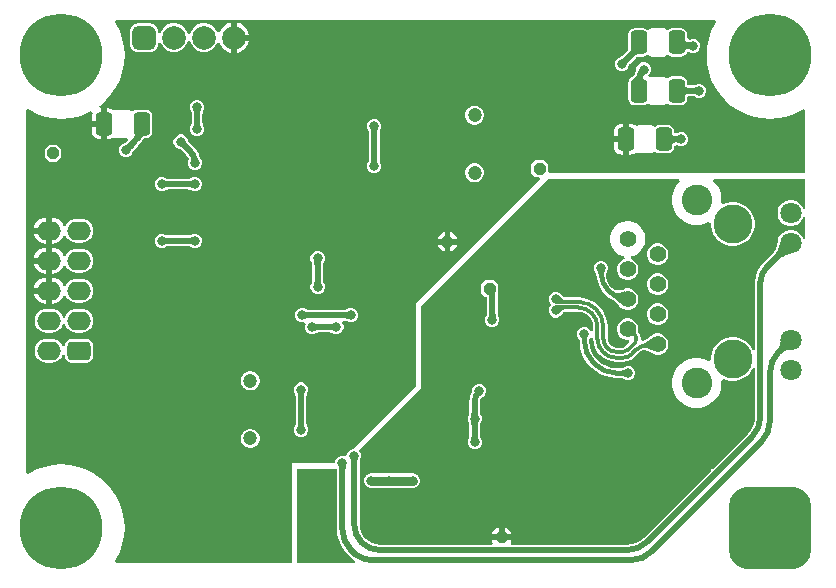
<source format=gtl>
G04*
G04 #@! TF.GenerationSoftware,Altium Limited,Altium Designer,21.8.1 (53)*
G04*
G04 Layer_Physical_Order=1*
G04 Layer_Color=255*
%FSLAX44Y44*%
%MOMM*%
G71*
G04*
G04 #@! TF.SameCoordinates,2E23119D-389B-4C9F-880A-4D3C85954969*
G04*
G04*
G04 #@! TF.FilePolarity,Positive*
G04*
G01*
G75*
%ADD10C,0.4000*%
%ADD27C,1.4000*%
%ADD29C,0.5000*%
%ADD30C,0.3000*%
G04:AMPARAMS|DCode=31|XSize=2mm|YSize=1.4mm|CornerRadius=0.35mm|HoleSize=0mm|Usage=FLASHONLY|Rotation=90.000|XOffset=0mm|YOffset=0mm|HoleType=Round|Shape=RoundedRectangle|*
%AMROUNDEDRECTD31*
21,1,2.0000,0.7000,0,0,90.0*
21,1,1.3000,1.4000,0,0,90.0*
1,1,0.7000,0.3500,0.6500*
1,1,0.7000,0.3500,-0.6500*
1,1,0.7000,-0.3500,-0.6500*
1,1,0.7000,-0.3500,0.6500*
%
%ADD31ROUNDEDRECTD31*%
%ADD32C,0.8000*%
G04:AMPARAMS|DCode=33|XSize=2mm|YSize=2mm|CornerRadius=0.5mm|HoleSize=0mm|Usage=FLASHONLY|Rotation=0.000|XOffset=0mm|YOffset=0mm|HoleType=Round|Shape=RoundedRectangle|*
%AMROUNDEDRECTD33*
21,1,2.0000,1.0000,0,0,0.0*
21,1,1.0000,2.0000,0,0,0.0*
1,1,1.0000,0.5000,-0.5000*
1,1,1.0000,-0.5000,-0.5000*
1,1,1.0000,-0.5000,0.5000*
1,1,1.0000,0.5000,0.5000*
%
%ADD33ROUNDEDRECTD33*%
%ADD34C,2.0000*%
%ADD35C,1.8000*%
%ADD36C,3.3000*%
%ADD37C,2.6000*%
%ADD38C,7.0000*%
%ADD39P,1.0824X8X112.5*%
%ADD40P,1.0824X8X22.5*%
%ADD41O,2.0000X1.6000*%
G04:AMPARAMS|DCode=42|XSize=1.6mm|YSize=2mm|CornerRadius=0.4mm|HoleSize=0mm|Usage=FLASHONLY|Rotation=90.000|XOffset=0mm|YOffset=0mm|HoleType=Round|Shape=RoundedRectangle|*
%AMROUNDEDRECTD42*
21,1,1.6000,1.2000,0,0,90.0*
21,1,0.8000,2.0000,0,0,90.0*
1,1,0.8000,0.6000,0.4000*
1,1,0.8000,0.6000,-0.4000*
1,1,0.8000,-0.6000,-0.4000*
1,1,0.8000,-0.6000,0.4000*
%
%ADD42ROUNDEDRECTD42*%
%ADD43C,1.2000*%
G04:AMPARAMS|DCode=44|XSize=7mm|YSize=7mm|CornerRadius=1.75mm|HoleSize=0mm|Usage=FLASHONLY|Rotation=0.000|XOffset=0mm|YOffset=0mm|HoleType=Round|Shape=RoundedRectangle|*
%AMROUNDEDRECTD44*
21,1,7.0000,3.5000,0,0,0.0*
21,1,3.5000,7.0000,0,0,0.0*
1,1,3.5000,1.7500,-1.7500*
1,1,3.5000,-1.7500,-1.7500*
1,1,3.5000,-1.7500,1.7500*
1,1,3.5000,1.7500,1.7500*
%
%ADD44ROUNDEDRECTD44*%
%ADD45C,0.8000*%
G36*
X604523Y478236D02*
X603568Y476807D01*
X600466Y470518D01*
X598212Y463876D01*
X596844Y456998D01*
X596385Y450000D01*
X596844Y443002D01*
X598212Y436124D01*
X600466Y429482D01*
X603568Y423193D01*
X607464Y417361D01*
X612089Y412089D01*
X617361Y407464D01*
X623193Y403568D01*
X629482Y400466D01*
X636124Y398212D01*
X643002Y396844D01*
X650000Y396385D01*
X656998Y396844D01*
X663876Y398212D01*
X670518Y400466D01*
X676807Y403568D01*
X678236Y404523D01*
X680000Y403580D01*
Y350000D01*
X463793Y350000D01*
X462000Y352000D01*
Y357500D01*
X458500Y361000D01*
X451500D01*
X448000Y357500D01*
Y350500D01*
X451500Y347000D01*
X454387D01*
X455152Y345152D01*
X350000Y240000D01*
Y170000D01*
X297000Y117000D01*
X296807D01*
X294601Y116087D01*
X292913Y114399D01*
X292000Y112193D01*
Y112000D01*
X290471Y110471D01*
X289193Y111000D01*
X286807D01*
X284601Y110086D01*
X282913Y108399D01*
X282000Y106194D01*
Y105000D01*
X245000D01*
Y20000D01*
X96420D01*
X95477Y21764D01*
X96432Y23193D01*
X99534Y29483D01*
X101788Y36123D01*
X103156Y43002D01*
X103615Y50000D01*
X103156Y56998D01*
X101788Y63877D01*
X99534Y70518D01*
X96432Y76807D01*
X92535Y82639D01*
X87911Y87911D01*
X82639Y92535D01*
X76807Y96432D01*
X70518Y99534D01*
X63877Y101788D01*
X56998Y103156D01*
X50000Y103615D01*
X43002Y103156D01*
X36123Y101788D01*
X29483Y99534D01*
X23193Y96432D01*
X21764Y95477D01*
X20000Y96420D01*
Y403580D01*
X21764Y404523D01*
X23193Y403568D01*
X29483Y400466D01*
X36123Y398212D01*
X43002Y396844D01*
X50000Y396385D01*
X56998Y396844D01*
X63877Y398212D01*
X70518Y400466D01*
X75173Y402762D01*
X75297Y402688D01*
X76597Y401235D01*
X76167Y400197D01*
X75944Y398500D01*
Y394500D01*
X83500D01*
Y405056D01*
X82634D01*
X82479Y405223D01*
X82117Y407116D01*
X82639Y407464D01*
X87911Y412089D01*
X92535Y417361D01*
X96432Y423193D01*
X99534Y429482D01*
X101788Y436124D01*
X103156Y443002D01*
X103615Y450000D01*
X103156Y456998D01*
X101788Y463876D01*
X99534Y470518D01*
X96432Y476807D01*
X95477Y478236D01*
X96420Y480000D01*
X603580D01*
X604523Y478236D01*
D02*
G37*
G36*
X680000Y319877D02*
X678000Y319614D01*
X677750Y320546D01*
X676302Y323054D01*
X674254Y325102D01*
X671746Y326550D01*
X668948Y327300D01*
X666052D01*
X663254Y326550D01*
X660746Y325102D01*
X658698Y323054D01*
X657250Y320546D01*
X656500Y317748D01*
Y314852D01*
X657250Y312054D01*
X658698Y309546D01*
X660746Y307498D01*
X663254Y306050D01*
X666052Y305300D01*
X668948D01*
X671746Y306050D01*
X674254Y307498D01*
X676302Y309546D01*
X677750Y312054D01*
X678000Y312986D01*
X680000Y312723D01*
Y294477D01*
X678000Y294214D01*
X677750Y295146D01*
X676302Y297654D01*
X674254Y299702D01*
X671746Y301150D01*
X668948Y301900D01*
X666052D01*
X663254Y301150D01*
X660746Y299702D01*
X658698Y297654D01*
X657250Y295146D01*
X656500Y292348D01*
Y291987D01*
X656339Y290954D01*
X656065Y289653D01*
X655732Y288421D01*
X655342Y287259D01*
X654894Y286164D01*
X654390Y285134D01*
X653830Y284169D01*
X653214Y283265D01*
X652581Y282469D01*
X645603Y275492D01*
X644178Y274100D01*
X644179Y274100D01*
X641295Y270587D01*
X639153Y266579D01*
X637834Y262230D01*
X637388Y257707D01*
X637412D01*
X637412Y257707D01*
Y200762D01*
X635412Y200364D01*
X634894Y201613D01*
X632870Y204643D01*
X630293Y207220D01*
X627263Y209244D01*
X623896Y210639D01*
X620322Y211350D01*
X616678D01*
X613104Y210639D01*
X609737Y209244D01*
X606707Y207220D01*
X604130Y204643D01*
X602105Y201613D01*
X600711Y198246D01*
X600000Y194672D01*
Y192194D01*
X598000Y191125D01*
X597947Y191160D01*
X594126Y192743D01*
X590068Y193550D01*
X585932D01*
X581875Y192743D01*
X578053Y191160D01*
X574613Y188862D01*
X571688Y185937D01*
X569390Y182497D01*
X567807Y178675D01*
X567000Y174618D01*
Y170482D01*
X567807Y166425D01*
X569390Y162603D01*
X571688Y159163D01*
X574613Y156238D01*
X578053Y153940D01*
X581875Y152357D01*
X585932Y151550D01*
X590068D01*
X594126Y152357D01*
X597947Y153940D01*
X601387Y156238D01*
X604312Y159163D01*
X606610Y162603D01*
X608193Y166425D01*
X609000Y170482D01*
Y174618D01*
X610758Y176033D01*
X613104Y175061D01*
X616678Y174350D01*
X620322D01*
X623896Y175061D01*
X627263Y176455D01*
X630293Y178480D01*
X632870Y181057D01*
X634894Y184087D01*
X635412Y185336D01*
X637412Y184938D01*
Y144521D01*
X637453Y144314D01*
X637072Y140449D01*
X635885Y136533D01*
X633956Y132924D01*
X631492Y129922D01*
X631316Y129805D01*
X601511Y100000D01*
X600000D01*
Y98489D01*
X543195Y41684D01*
X543078Y41508D01*
X540076Y39044D01*
X536467Y37115D01*
X532551Y35928D01*
X528686Y35547D01*
X528479Y35588D01*
X431201D01*
X430436Y37436D01*
X431000Y38000D01*
Y39500D01*
X423000D01*
X415000D01*
Y38000D01*
X415564Y37436D01*
X414799Y35588D01*
X320000D01*
X319848Y35558D01*
X316594Y35878D01*
X313319Y36872D01*
X310301Y38485D01*
X307656Y40656D01*
X305485Y43301D01*
X303872Y46319D01*
X302878Y49594D01*
X302558Y52848D01*
X302588Y53000D01*
Y105586D01*
X302595Y105755D01*
X302689Y106683D01*
X302742Y106996D01*
X302798Y107240D01*
X302831Y107346D01*
X303086Y107601D01*
X304000Y109806D01*
Y112193D01*
X303086Y114399D01*
X302243Y115243D01*
X355000Y168000D01*
Y238000D01*
X462000Y345000D01*
X573023D01*
X573852Y343000D01*
X571688Y340837D01*
X569390Y337397D01*
X567807Y333576D01*
X567000Y329518D01*
Y325382D01*
X567807Y321325D01*
X569390Y317503D01*
X571688Y314063D01*
X574613Y311138D01*
X578053Y308840D01*
X581875Y307257D01*
X585932Y306450D01*
X590068D01*
X594126Y307257D01*
X597947Y308840D01*
X598000Y308875D01*
X600000Y307806D01*
Y305328D01*
X600711Y301754D01*
X602105Y298387D01*
X604130Y295357D01*
X606707Y292780D01*
X609737Y290756D01*
X613104Y289361D01*
X616678Y288650D01*
X620322D01*
X623896Y289361D01*
X627263Y290756D01*
X630293Y292780D01*
X632870Y295357D01*
X634894Y298387D01*
X636289Y301754D01*
X637000Y305328D01*
Y308972D01*
X636289Y312546D01*
X634894Y315913D01*
X632870Y318943D01*
X630293Y321520D01*
X627263Y323545D01*
X623896Y324939D01*
X620322Y325650D01*
X616678D01*
X613104Y324939D01*
X610758Y323967D01*
X609000Y325382D01*
Y329518D01*
X608193Y333576D01*
X606610Y337397D01*
X604312Y340837D01*
X602149Y343000D01*
X602977Y345000D01*
X680000D01*
Y319877D01*
D02*
G37*
G36*
X668661Y281975D02*
X667187Y281746D01*
X665777Y281449D01*
X664430Y281085D01*
X663147Y280654D01*
X661928Y280155D01*
X660773Y279590D01*
X659682Y278957D01*
X658654Y278257D01*
X657690Y277489D01*
X656790Y276655D01*
X653255Y280190D01*
X654089Y281090D01*
X654857Y282054D01*
X655557Y283082D01*
X656190Y284173D01*
X656755Y285329D01*
X657254Y286547D01*
X657685Y287830D01*
X658049Y289177D01*
X658346Y290587D01*
X658575Y292061D01*
X668661Y281975D01*
D02*
G37*
G36*
X666016Y200223D02*
X665353Y200293D01*
X664686Y200282D01*
X664015Y200189D01*
X663340Y200016D01*
X662661Y199762D01*
X661979Y199426D01*
X661292Y199009D01*
X660601Y198511D01*
X659906Y197932D01*
X659207Y197272D01*
X655672Y200807D01*
X656332Y201506D01*
X656911Y202201D01*
X657409Y202892D01*
X657826Y203579D01*
X658161Y204261D01*
X658416Y204940D01*
X658589Y205615D01*
X658682Y206286D01*
X658693Y206953D01*
X658623Y207616D01*
X666016Y200223D01*
D02*
G37*
G36*
X301042Y108357D02*
X300928Y108094D01*
X300828Y107773D01*
X300741Y107393D01*
X300667Y106954D01*
X300560Y105900D01*
X300507Y104611D01*
X300500Y103877D01*
X295500D01*
X295493Y104611D01*
X295333Y106954D01*
X295259Y107393D01*
X295172Y107773D01*
X295071Y108094D01*
X294958Y108357D01*
X294830Y108560D01*
X301170D01*
X301042Y108357D01*
D02*
G37*
G36*
X291042Y102357D02*
X290929Y102094D01*
X290828Y101773D01*
X290741Y101393D01*
X290667Y100954D01*
X290560Y99900D01*
X290507Y98611D01*
X290500Y97878D01*
X285500D01*
X285493Y98611D01*
X285333Y100954D01*
X285259Y101393D01*
X285172Y101773D01*
X285072Y102094D01*
X284958Y102357D01*
X284830Y102560D01*
X291170D01*
X291042Y102357D01*
D02*
G37*
G36*
X283412Y99157D02*
Y48993D01*
X283408D01*
X283777Y44301D01*
X284876Y39725D01*
X286677Y35376D01*
X289136Y31363D01*
X292192Y27785D01*
X292195Y27788D01*
X295079Y24904D01*
X295123Y24860D01*
X295123Y24860D01*
X295953Y24030D01*
X296524Y23555D01*
X296524Y23555D01*
X299061Y22000D01*
X298497Y20000D01*
X250000D01*
Y100000D01*
X283354D01*
X283412Y99157D01*
D02*
G37*
%LPC*%
G36*
X574500Y473108D02*
X567500D01*
X565354Y472681D01*
X563933Y471731D01*
X563246Y471748D01*
X562276Y471938D01*
X561612Y472188D01*
X561442Y472442D01*
X560780Y472884D01*
X560000Y473039D01*
X550000D01*
X549220Y472884D01*
X548558Y472442D01*
X548388Y472188D01*
X547724Y471938D01*
X546754Y471748D01*
X546067Y471731D01*
X544646Y472681D01*
X542500Y473108D01*
X535500D01*
X533354Y472681D01*
X531535Y471465D01*
X530319Y469646D01*
X529892Y467500D01*
Y454749D01*
X529563Y454277D01*
X528287Y452775D01*
X525584Y450072D01*
X525460Y449958D01*
X524737Y449369D01*
X524478Y449184D01*
X524266Y449051D01*
X524168Y449000D01*
X523806D01*
X521601Y448087D01*
X519913Y446399D01*
X519000Y444193D01*
Y441806D01*
X519913Y439601D01*
X521601Y437913D01*
X523806Y437000D01*
X526194D01*
X528399Y437913D01*
X530087Y439601D01*
X531000Y441806D01*
Y442168D01*
X531051Y442266D01*
X531184Y442478D01*
X531350Y442710D01*
X532376Y443887D01*
X535682Y447193D01*
X536218Y447668D01*
X536983Y448278D01*
X537655Y448743D01*
X537915Y448892D01*
X542500D01*
X544646Y449319D01*
X546067Y450269D01*
X546754Y450252D01*
X547724Y450062D01*
X548388Y449813D01*
X548558Y449558D01*
X549220Y449116D01*
X550000Y448961D01*
X560000D01*
X560780Y449116D01*
X561442Y449558D01*
X561612Y449813D01*
X562276Y450062D01*
X563246Y450252D01*
X563933Y450269D01*
X565354Y449319D01*
X567500Y448892D01*
X574500D01*
X576646Y449319D01*
X578465Y450535D01*
X579572Y452191D01*
X579696Y452289D01*
X580032Y452456D01*
X581188Y452793D01*
X581814Y452825D01*
X583806Y452000D01*
X586194D01*
X588399Y452913D01*
X590087Y454601D01*
X591000Y456806D01*
Y459193D01*
X590087Y461399D01*
X588399Y463087D01*
X586194Y464000D01*
X583806D01*
X582107Y463296D01*
X582004Y463290D01*
X580108Y464771D01*
Y467500D01*
X579681Y469646D01*
X578465Y471465D01*
X576646Y472681D01*
X574500Y473108D01*
D02*
G37*
G36*
X193700Y477789D02*
X191182Y477114D01*
X188218Y475403D01*
X185797Y472982D01*
X184086Y470018D01*
X184018Y469763D01*
X182240Y469649D01*
X181934Y469715D01*
X180402Y472368D01*
X178168Y474602D01*
X175432Y476182D01*
X172380Y477000D01*
X169220D01*
X166168Y476182D01*
X163432Y474602D01*
X161198Y472368D01*
X159618Y469632D01*
X159135Y467831D01*
X157065D01*
X156582Y469632D01*
X155002Y472368D01*
X152768Y474602D01*
X150032Y476182D01*
X146980Y477000D01*
X143820D01*
X140768Y476182D01*
X138032Y474602D01*
X135798Y472368D01*
X134218Y469632D01*
X134060Y469044D01*
X132060Y469308D01*
Y470000D01*
X131820Y471827D01*
X131115Y473530D01*
X129993Y474992D01*
X128530Y476115D01*
X126827Y476820D01*
X125000Y477060D01*
X115000D01*
X113173Y476820D01*
X111470Y476115D01*
X110007Y474992D01*
X108885Y473530D01*
X108180Y471827D01*
X107940Y470000D01*
Y460000D01*
X108180Y458173D01*
X108885Y456470D01*
X110007Y455008D01*
X111470Y453885D01*
X113173Y453180D01*
X115000Y452940D01*
X125000D01*
X126827Y453180D01*
X128530Y453885D01*
X129993Y455008D01*
X131115Y456470D01*
X131820Y458173D01*
X132060Y460000D01*
Y460692D01*
X134060Y460956D01*
X134218Y460368D01*
X135798Y457632D01*
X138032Y455398D01*
X140768Y453818D01*
X143820Y453000D01*
X146980D01*
X150032Y453818D01*
X152768Y455398D01*
X155002Y457632D01*
X156582Y460368D01*
X157065Y462169D01*
X159135D01*
X159618Y460368D01*
X161198Y457632D01*
X163432Y455398D01*
X166168Y453818D01*
X169220Y453000D01*
X172380D01*
X175432Y453818D01*
X178168Y455398D01*
X180402Y457632D01*
X181934Y460285D01*
X182240Y460351D01*
X184018Y460237D01*
X184086Y459982D01*
X185797Y457018D01*
X188218Y454597D01*
X191182Y452886D01*
X193700Y452211D01*
Y465000D01*
Y477789D01*
D02*
G37*
G36*
X198700D02*
Y467500D01*
X208989D01*
X208314Y470018D01*
X206603Y472982D01*
X204182Y475403D01*
X201218Y477114D01*
X198700Y477789D01*
D02*
G37*
G36*
X208989Y462500D02*
X198700D01*
Y452211D01*
X201218Y452886D01*
X204182Y454597D01*
X206603Y457018D01*
X208314Y459982D01*
X208989Y462500D01*
D02*
G37*
G36*
X544193Y444000D02*
X541806D01*
X539601Y443087D01*
X537914Y441399D01*
X537000Y439193D01*
Y437756D01*
X536508Y436649D01*
X535801Y435325D01*
X535543Y434475D01*
X535494Y434364D01*
X535470Y434257D01*
X535416Y434128D01*
X535145Y433581D01*
X534862Y433101D01*
X534568Y432686D01*
X534267Y432333D01*
X533958Y432035D01*
X533642Y431787D01*
X533526Y431715D01*
X533354Y431681D01*
X532937Y431402D01*
X532868Y431369D01*
X532711Y431251D01*
X531535Y430465D01*
X530319Y428646D01*
X529892Y426500D01*
Y413500D01*
X530319Y411354D01*
X531535Y409535D01*
X533354Y408319D01*
X535500Y407892D01*
X542500D01*
X544646Y408319D01*
X546067Y409269D01*
X546754Y409252D01*
X547724Y409062D01*
X548388Y408812D01*
X548558Y408558D01*
X549220Y408116D01*
X550000Y407961D01*
X560000D01*
X560780Y408116D01*
X561442Y408558D01*
X561612Y408812D01*
X562276Y409062D01*
X563246Y409252D01*
X563933Y409269D01*
X565354Y408319D01*
X567500Y407892D01*
X574500D01*
X576646Y408319D01*
X578465Y409535D01*
X579681Y411354D01*
X580108Y413500D01*
Y415024D01*
X580146Y415047D01*
X580430Y415163D01*
X580865Y415280D01*
X581445Y415375D01*
X581860Y415412D01*
X584586D01*
X584755Y415405D01*
X585682Y415311D01*
X585996Y415258D01*
X586240Y415202D01*
X586346Y415169D01*
X586601Y414913D01*
X588806Y414000D01*
X591194D01*
X593399Y414913D01*
X595087Y416601D01*
X596000Y418806D01*
Y421194D01*
X595087Y423399D01*
X593399Y425087D01*
X591194Y426000D01*
X588806D01*
X586601Y425087D01*
X586346Y424831D01*
X586240Y424798D01*
X585996Y424742D01*
X585715Y424695D01*
X584157Y424588D01*
X581860D01*
X581445Y424625D01*
X580865Y424721D01*
X580430Y424837D01*
X580146Y424953D01*
X580108Y424976D01*
Y426500D01*
X579681Y428646D01*
X578465Y430465D01*
X576646Y431681D01*
X574500Y432108D01*
X567500D01*
X565354Y431681D01*
X563933Y430731D01*
X563246Y430748D01*
X562276Y430938D01*
X561612Y431188D01*
X561442Y431442D01*
X560780Y431884D01*
X560000Y432039D01*
X550000D01*
X549220Y431884D01*
X548558Y431442D01*
X547376Y431959D01*
X546929Y433444D01*
X548087Y434601D01*
X549000Y436806D01*
Y439193D01*
X548087Y441399D01*
X546399Y443087D01*
X544193Y444000D01*
D02*
G37*
G36*
X401053Y407400D02*
X398947D01*
X396912Y406855D01*
X395088Y405802D01*
X393598Y404312D01*
X392545Y402488D01*
X392000Y400453D01*
Y398347D01*
X392545Y396312D01*
X393598Y394488D01*
X395088Y392998D01*
X396912Y391945D01*
X398947Y391400D01*
X401053D01*
X403088Y391945D01*
X404912Y392998D01*
X406402Y394488D01*
X407455Y396312D01*
X408000Y398347D01*
Y400453D01*
X407455Y402488D01*
X406402Y404312D01*
X404912Y405802D01*
X403088Y406855D01*
X401053Y407400D01*
D02*
G37*
G36*
X166194Y412000D02*
X163806D01*
X161601Y411087D01*
X159913Y409399D01*
X159000Y407193D01*
Y404807D01*
X159913Y402601D01*
X160169Y402346D01*
X160202Y402240D01*
X160258Y401996D01*
X160305Y401715D01*
X160412Y400157D01*
Y392914D01*
X160405Y392745D01*
X160310Y391818D01*
X160258Y391504D01*
X160202Y391260D01*
X160169Y391154D01*
X159913Y390899D01*
X159000Y388694D01*
Y386306D01*
X159913Y384101D01*
X161601Y382413D01*
X163806Y381500D01*
X166194D01*
X168399Y382413D01*
X170087Y384101D01*
X171000Y386306D01*
Y388694D01*
X170087Y390899D01*
X169831Y391154D01*
X169798Y391260D01*
X169742Y391504D01*
X169695Y391785D01*
X169588Y393343D01*
Y400586D01*
X169595Y400755D01*
X169690Y401683D01*
X169742Y401996D01*
X169798Y402240D01*
X169831Y402346D01*
X170087Y402601D01*
X171000Y404807D01*
Y407193D01*
X170087Y409399D01*
X168399Y411087D01*
X166194Y412000D01*
D02*
G37*
G36*
X525500Y392056D02*
X524500D01*
X522803Y391833D01*
X521222Y391178D01*
X519864Y390136D01*
X518822Y388778D01*
X518167Y387197D01*
X517944Y385500D01*
Y381500D01*
X525500D01*
Y392056D01*
D02*
G37*
G36*
X83500Y389500D02*
X75944D01*
Y385500D01*
X76167Y383803D01*
X76822Y382222D01*
X77864Y380864D01*
X79222Y379822D01*
X80803Y379167D01*
X82500Y378944D01*
X83500D01*
Y389500D01*
D02*
G37*
G36*
X89500Y405056D02*
X88500D01*
Y392000D01*
Y378944D01*
X89500D01*
X91197Y379167D01*
X92778Y379822D01*
X93413Y380310D01*
X95558Y380558D01*
X96220Y380116D01*
X97000Y379961D01*
X105644D01*
X106472Y377961D01*
X105584Y377072D01*
X105460Y376958D01*
X104737Y376369D01*
X104478Y376184D01*
X104265Y376051D01*
X104168Y376000D01*
X103806D01*
X101601Y375087D01*
X99913Y373399D01*
X99000Y371194D01*
Y368806D01*
X99913Y366601D01*
X101601Y364913D01*
X103806Y364000D01*
X106194D01*
X108399Y364913D01*
X110086Y366601D01*
X111000Y368806D01*
Y369168D01*
X111051Y369266D01*
X111184Y369478D01*
X111350Y369710D01*
X112376Y370887D01*
X114880Y373392D01*
X114908Y373364D01*
X118185Y377358D01*
X118417Y377792D01*
X118688Y378141D01*
X119223Y378753D01*
X119713Y379241D01*
X120147Y379604D01*
X120511Y379848D01*
X120600Y379892D01*
X121500D01*
X123646Y380319D01*
X125465Y381535D01*
X126681Y383354D01*
X127108Y385500D01*
Y398500D01*
X126681Y400646D01*
X125465Y402465D01*
X123646Y403681D01*
X121500Y404108D01*
X114500D01*
X112354Y403681D01*
X110933Y402731D01*
X110246Y402748D01*
X109276Y402938D01*
X108612Y403187D01*
X108442Y403442D01*
X107780Y403884D01*
X107000Y404039D01*
X97000D01*
X96220Y403884D01*
X95558Y403442D01*
X93413Y403690D01*
X92778Y404178D01*
X91197Y404833D01*
X89500Y405056D01*
D02*
G37*
G36*
X531500Y392056D02*
X530500D01*
Y379000D01*
Y365944D01*
X531500D01*
X533197Y366167D01*
X534778Y366822D01*
X535413Y367310D01*
X537558Y367558D01*
X538220Y367116D01*
X539000Y366961D01*
X549000D01*
X549780Y367116D01*
X550442Y367558D01*
X550612Y367812D01*
X551276Y368062D01*
X552246Y368252D01*
X552933Y368269D01*
X554354Y367319D01*
X556500Y366892D01*
X563500D01*
X565646Y367319D01*
X567465Y368535D01*
X568681Y370354D01*
X569108Y372500D01*
Y372889D01*
X569869Y373577D01*
X570996Y374258D01*
X571240Y374202D01*
X571346Y374169D01*
X571601Y373913D01*
X573806Y373000D01*
X576194D01*
X578399Y373913D01*
X580087Y375601D01*
X581000Y377807D01*
Y380193D01*
X580087Y382399D01*
X578399Y384087D01*
X576194Y385000D01*
X573806D01*
X571601Y384087D01*
X571346Y383831D01*
X571240Y383798D01*
X570996Y383742D01*
X570047Y384309D01*
X569108Y385170D01*
Y385500D01*
X568681Y387646D01*
X567465Y389465D01*
X565646Y390681D01*
X563500Y391108D01*
X556500D01*
X554354Y390681D01*
X552933Y389731D01*
X552246Y389748D01*
X551276Y389938D01*
X550612Y390187D01*
X550442Y390442D01*
X549780Y390884D01*
X549000Y391039D01*
X539000D01*
X538220Y390884D01*
X537558Y390442D01*
X535413Y390690D01*
X534778Y391178D01*
X533197Y391833D01*
X531500Y392056D01*
D02*
G37*
G36*
X525500Y376500D02*
X517944D01*
Y372500D01*
X518167Y370803D01*
X518822Y369222D01*
X519864Y367864D01*
X521222Y366822D01*
X522803Y366167D01*
X524500Y365944D01*
X525500D01*
Y376500D01*
D02*
G37*
G36*
X46500Y374000D02*
X39500D01*
X36000Y370500D01*
Y363500D01*
X39500Y360000D01*
X46500D01*
X50000Y363500D01*
Y370500D01*
X46500Y374000D01*
D02*
G37*
G36*
X152193Y383000D02*
X149806D01*
X147601Y382087D01*
X145913Y380399D01*
X145000Y378194D01*
Y375807D01*
X145913Y373601D01*
X147601Y371913D01*
X149806Y371000D01*
X150168D01*
X150266Y370949D01*
X150478Y370816D01*
X150710Y370650D01*
X151887Y369624D01*
X154533Y366979D01*
X155947Y365564D01*
X157150Y364063D01*
X157431Y363697D01*
X157507Y363543D01*
X157671Y363147D01*
X157673Y363143D01*
X157754Y362856D01*
X157804Y362580D01*
X157824Y362309D01*
X157817Y362037D01*
X157781Y361759D01*
X157713Y361467D01*
X157583Y361074D01*
X157568Y360952D01*
X157254Y360195D01*
Y357808D01*
X158167Y355602D01*
X159855Y353915D01*
X162060Y353001D01*
X164447D01*
X166652Y353915D01*
X168340Y355602D01*
X169254Y357808D01*
Y360195D01*
X168340Y362400D01*
X167303Y363437D01*
X167082Y363941D01*
X167050Y364047D01*
X166919Y364706D01*
X166793Y364894D01*
X166437Y366065D01*
X164732Y369256D01*
X162436Y372053D01*
X162436Y372053D01*
X161021Y373467D01*
X158072Y376416D01*
X157958Y376540D01*
X157369Y377263D01*
X157184Y377522D01*
X157051Y377734D01*
X157000Y377832D01*
Y378194D01*
X156087Y380399D01*
X154399Y382087D01*
X152193Y383000D01*
D02*
G37*
G36*
X316194Y396000D02*
X313806D01*
X311601Y395087D01*
X309914Y393399D01*
X309000Y391194D01*
Y388806D01*
X309914Y386601D01*
X310169Y386346D01*
X310202Y386240D01*
X310258Y385996D01*
X310305Y385715D01*
X310412Y384157D01*
Y361414D01*
X310405Y361245D01*
X310310Y360317D01*
X310258Y360004D01*
X310202Y359760D01*
X310169Y359654D01*
X309914Y359399D01*
X309000Y357193D01*
Y354807D01*
X309914Y352601D01*
X311601Y350913D01*
X313806Y350000D01*
X316194D01*
X318399Y350913D01*
X320087Y352601D01*
X321000Y354807D01*
Y357193D01*
X320087Y359399D01*
X319831Y359654D01*
X319798Y359760D01*
X319742Y360004D01*
X319695Y360285D01*
X319588Y361843D01*
Y384586D01*
X319595Y384755D01*
X319690Y385683D01*
X319742Y385996D01*
X319798Y386240D01*
X319831Y386346D01*
X320087Y386601D01*
X321000Y388806D01*
Y391194D01*
X320087Y393399D01*
X318399Y395087D01*
X316194Y396000D01*
D02*
G37*
G36*
X164193Y347000D02*
X161807D01*
X159601Y346087D01*
X159346Y345831D01*
X159240Y345798D01*
X158996Y345742D01*
X158715Y345695D01*
X157157Y345588D01*
X140414D01*
X140245Y345595D01*
X139318Y345690D01*
X139004Y345742D01*
X138760Y345798D01*
X138654Y345831D01*
X138399Y346087D01*
X136194Y347000D01*
X133806D01*
X131601Y346087D01*
X129914Y344399D01*
X129000Y342193D01*
Y339807D01*
X129914Y337601D01*
X131601Y335913D01*
X133806Y335000D01*
X136194D01*
X138399Y335913D01*
X138654Y336169D01*
X138760Y336202D01*
X139004Y336258D01*
X139285Y336305D01*
X140843Y336412D01*
X157586D01*
X157755Y336405D01*
X158683Y336311D01*
X158996Y336258D01*
X159240Y336202D01*
X159346Y336169D01*
X159601Y335913D01*
X161807Y335000D01*
X164193D01*
X166399Y335913D01*
X168087Y337601D01*
X169000Y339807D01*
Y342193D01*
X168087Y344399D01*
X166399Y346087D01*
X164193Y347000D01*
D02*
G37*
G36*
X401053Y358600D02*
X398947D01*
X396912Y358055D01*
X395088Y357002D01*
X393598Y355512D01*
X392545Y353688D01*
X392000Y351653D01*
Y349547D01*
X392545Y347512D01*
X393598Y345688D01*
X395088Y344198D01*
X396912Y343145D01*
X398947Y342600D01*
X401053D01*
X403088Y343145D01*
X404912Y344198D01*
X406402Y345688D01*
X407455Y347512D01*
X408000Y349547D01*
Y351653D01*
X407455Y353688D01*
X406402Y355512D01*
X404912Y357002D01*
X403088Y358055D01*
X401053Y358600D01*
D02*
G37*
G36*
X37100Y312629D02*
X34728Y312317D01*
X32053Y311208D01*
X29755Y309445D01*
X27991Y307147D01*
X26883Y304472D01*
X26834Y304100D01*
X37100D01*
Y312629D01*
D02*
G37*
G36*
X164193Y299000D02*
X161807D01*
X159601Y298087D01*
X159346Y297831D01*
X159240Y297798D01*
X158996Y297742D01*
X158715Y297695D01*
X157157Y297588D01*
X140414D01*
X140245Y297595D01*
X139318Y297689D01*
X139004Y297742D01*
X138760Y297798D01*
X138654Y297831D01*
X138399Y298087D01*
X136194Y299000D01*
X133806D01*
X131601Y298087D01*
X129914Y296399D01*
X129000Y294193D01*
Y291807D01*
X129914Y289601D01*
X131601Y287913D01*
X133806Y287000D01*
X136194D01*
X138399Y287913D01*
X138654Y288169D01*
X138760Y288202D01*
X139004Y288258D01*
X139285Y288305D01*
X140843Y288412D01*
X157586D01*
X157755Y288405D01*
X158683Y288311D01*
X158996Y288258D01*
X159240Y288202D01*
X159346Y288169D01*
X159601Y287913D01*
X161807Y287000D01*
X164193D01*
X166399Y287913D01*
X168087Y289601D01*
X169000Y291807D01*
Y294193D01*
X168087Y296399D01*
X166399Y298087D01*
X164193Y299000D01*
D02*
G37*
G36*
X381000Y300000D02*
X379500D01*
Y294500D01*
X385000D01*
Y296000D01*
X381000Y300000D01*
D02*
G37*
G36*
X374500D02*
X373000D01*
X369000Y296000D01*
Y294500D01*
X374500D01*
Y300000D01*
D02*
G37*
G36*
X42100Y312629D02*
Y301600D01*
Y290571D01*
X44472Y290883D01*
X47147Y291992D01*
X49445Y293755D01*
X51209Y296053D01*
X51759Y297381D01*
X53924D01*
X54265Y296557D01*
X55868Y294468D01*
X57957Y292865D01*
X60389Y291857D01*
X63000Y291514D01*
X67000D01*
X69611Y291857D01*
X72043Y292865D01*
X74132Y294468D01*
X75735Y296557D01*
X76743Y298990D01*
X77086Y301600D01*
X76743Y304210D01*
X75735Y306643D01*
X74132Y308732D01*
X72043Y310335D01*
X69611Y311343D01*
X67000Y311686D01*
X63000D01*
X60389Y311343D01*
X57957Y310335D01*
X55868Y308732D01*
X54265Y306643D01*
X53924Y305819D01*
X51759D01*
X51209Y307147D01*
X49445Y309445D01*
X47147Y311208D01*
X44472Y312317D01*
X42100Y312629D01*
D02*
G37*
G36*
X37100Y299100D02*
X26834D01*
X26883Y298728D01*
X27991Y296053D01*
X29755Y293755D01*
X32053Y291992D01*
X34728Y290883D01*
X37100Y290571D01*
Y299100D01*
D02*
G37*
G36*
X385000Y289500D02*
X379500D01*
Y284000D01*
X381000D01*
X385000Y288000D01*
Y289500D01*
D02*
G37*
G36*
X374500D02*
X369000D01*
Y288000D01*
X373000Y284000D01*
X374500D01*
Y289500D01*
D02*
G37*
G36*
X37100Y287229D02*
X34728Y286917D01*
X32053Y285809D01*
X29755Y284045D01*
X27991Y281747D01*
X26883Y279072D01*
X26834Y278700D01*
X37100D01*
Y287229D01*
D02*
G37*
G36*
X42100Y287229D02*
Y276200D01*
Y265171D01*
X44472Y265483D01*
X47147Y266591D01*
X49445Y268355D01*
X51209Y270653D01*
X51759Y271981D01*
X53924D01*
X54265Y271157D01*
X55868Y269068D01*
X57957Y267465D01*
X60389Y266457D01*
X63000Y266114D01*
X67000D01*
X69611Y266457D01*
X72043Y267465D01*
X74132Y269068D01*
X75735Y271157D01*
X76743Y273589D01*
X77086Y276200D01*
X76743Y278811D01*
X75735Y281243D01*
X74132Y283332D01*
X72043Y284935D01*
X69611Y285943D01*
X67000Y286286D01*
X63000D01*
X60389Y285943D01*
X57957Y284935D01*
X55868Y283332D01*
X54265Y281243D01*
X53924Y280419D01*
X51759D01*
X51209Y281747D01*
X49445Y284045D01*
X47147Y285809D01*
X44472Y286917D01*
X42100Y287229D01*
D02*
G37*
G36*
X37100Y273700D02*
X26834D01*
X26883Y273328D01*
X27991Y270653D01*
X29755Y268355D01*
X32053Y266591D01*
X34728Y265483D01*
X37100Y265171D01*
Y273700D01*
D02*
G37*
G36*
Y261829D02*
X34728Y261517D01*
X32053Y260408D01*
X29755Y258645D01*
X27991Y256347D01*
X26883Y253672D01*
X26834Y253300D01*
X37100D01*
Y261829D01*
D02*
G37*
G36*
X268193Y284000D02*
X265807D01*
X263601Y283087D01*
X261913Y281399D01*
X261000Y279193D01*
Y276807D01*
X261913Y274601D01*
X262169Y274346D01*
X262202Y274240D01*
X262258Y273996D01*
X262305Y273715D01*
X262412Y272157D01*
Y259414D01*
X262405Y259245D01*
X262311Y258317D01*
X262258Y258004D01*
X262202Y257760D01*
X262169Y257654D01*
X261913Y257399D01*
X261000Y255194D01*
Y252806D01*
X261913Y250601D01*
X263601Y248913D01*
X265807Y248000D01*
X268193D01*
X270399Y248913D01*
X272087Y250601D01*
X273000Y252806D01*
Y255194D01*
X272087Y257399D01*
X271831Y257654D01*
X271798Y257760D01*
X271742Y258004D01*
X271695Y258285D01*
X271588Y259843D01*
Y272586D01*
X271595Y272755D01*
X271689Y273683D01*
X271742Y273996D01*
X271798Y274240D01*
X271831Y274346D01*
X272087Y274601D01*
X273000Y276807D01*
Y279193D01*
X272087Y281399D01*
X270399Y283087D01*
X268193Y284000D01*
D02*
G37*
G36*
X42100Y261829D02*
Y250800D01*
Y239771D01*
X44472Y240083D01*
X47147Y241192D01*
X49445Y242955D01*
X51209Y245253D01*
X51759Y246581D01*
X53924D01*
X54265Y245757D01*
X55868Y243668D01*
X57957Y242065D01*
X60389Y241057D01*
X63000Y240714D01*
X67000D01*
X69611Y241057D01*
X72043Y242065D01*
X74132Y243668D01*
X75735Y245757D01*
X76743Y248190D01*
X77086Y250800D01*
X76743Y253410D01*
X75735Y255843D01*
X74132Y257932D01*
X72043Y259535D01*
X69611Y260543D01*
X67000Y260886D01*
X63000D01*
X60389Y260543D01*
X57957Y259535D01*
X55868Y257932D01*
X54265Y255843D01*
X53924Y255019D01*
X51759D01*
X51209Y256347D01*
X49445Y258645D01*
X47147Y260408D01*
X44472Y261517D01*
X42100Y261829D01*
D02*
G37*
G36*
X37100Y248300D02*
X26834D01*
X26883Y247928D01*
X27991Y245253D01*
X29755Y242955D01*
X32053Y241192D01*
X34728Y240083D01*
X37100Y239771D01*
Y248300D01*
D02*
G37*
G36*
X296194Y236000D02*
X293806D01*
X291601Y235087D01*
X291346Y234831D01*
X291240Y234798D01*
X290996Y234742D01*
X290715Y234695D01*
X289157Y234588D01*
X259414D01*
X259245Y234595D01*
X258317Y234690D01*
X258004Y234742D01*
X257760Y234798D01*
X257654Y234831D01*
X257399Y235087D01*
X255194Y236000D01*
X252806D01*
X250601Y235087D01*
X248913Y233399D01*
X248000Y231194D01*
Y228806D01*
X248913Y226601D01*
X250601Y224913D01*
X252806Y224000D01*
X255194D01*
X255561Y224152D01*
X257092Y222621D01*
X256500Y221193D01*
Y218806D01*
X257413Y216601D01*
X259101Y214913D01*
X261306Y214000D01*
X263694D01*
X265899Y214913D01*
X266154Y215169D01*
X266260Y215202D01*
X266504Y215258D01*
X266785Y215305D01*
X268343Y215412D01*
X277586D01*
X277755Y215405D01*
X278683Y215310D01*
X278996Y215258D01*
X279240Y215202D01*
X279346Y215169D01*
X279601Y214913D01*
X281807Y214000D01*
X284193D01*
X286399Y214913D01*
X288086Y216601D01*
X289000Y218806D01*
Y221194D01*
X288086Y223399D01*
X288073Y223412D01*
X288902Y225412D01*
X289586D01*
X289755Y225405D01*
X290683Y225310D01*
X290996Y225258D01*
X291240Y225202D01*
X291346Y225169D01*
X291601Y224913D01*
X293806Y224000D01*
X296194D01*
X298399Y224913D01*
X300086Y226601D01*
X301000Y228806D01*
Y231194D01*
X300086Y233399D01*
X298399Y235087D01*
X296194Y236000D01*
D02*
G37*
G36*
X67000Y235486D02*
X63000D01*
X60389Y235143D01*
X57957Y234135D01*
X55868Y232532D01*
X54265Y230443D01*
X53335Y228198D01*
X52817Y228011D01*
X51783D01*
X51265Y228198D01*
X50335Y230443D01*
X48732Y232532D01*
X46643Y234135D01*
X44211Y235143D01*
X41600Y235486D01*
X37600D01*
X34990Y235143D01*
X32557Y234135D01*
X30468Y232532D01*
X28865Y230443D01*
X27857Y228011D01*
X27514Y225400D01*
X27857Y222789D01*
X28865Y220357D01*
X30468Y218268D01*
X32557Y216665D01*
X34990Y215657D01*
X37600Y215314D01*
X41600D01*
X44211Y215657D01*
X46643Y216665D01*
X48732Y218268D01*
X50335Y220357D01*
X51265Y222602D01*
X51783Y222789D01*
X52817D01*
X53335Y222602D01*
X54265Y220357D01*
X55868Y218268D01*
X57957Y216665D01*
X60389Y215657D01*
X63000Y215314D01*
X67000D01*
X69611Y215657D01*
X72043Y216665D01*
X74132Y218268D01*
X75735Y220357D01*
X76743Y222789D01*
X77086Y225400D01*
X76743Y228011D01*
X75735Y230443D01*
X74132Y232532D01*
X72043Y234135D01*
X69611Y235143D01*
X67000Y235486D01*
D02*
G37*
G36*
X71000Y210117D02*
X59000D01*
X56659Y209652D01*
X54674Y208326D01*
X53348Y206341D01*
X52899Y204081D01*
X52755Y203982D01*
X50882Y203721D01*
X50335Y205043D01*
X48732Y207132D01*
X46643Y208735D01*
X44211Y209743D01*
X41600Y210086D01*
X37600D01*
X34990Y209743D01*
X32557Y208735D01*
X30468Y207132D01*
X28865Y205043D01*
X27857Y202610D01*
X27514Y200000D01*
X27857Y197390D01*
X28865Y194957D01*
X30468Y192868D01*
X32557Y191265D01*
X34990Y190257D01*
X37600Y189914D01*
X41600D01*
X44211Y190257D01*
X46643Y191265D01*
X48732Y192868D01*
X50335Y194957D01*
X50882Y196279D01*
X52755Y196018D01*
X52899Y195919D01*
X53348Y193659D01*
X54674Y191674D01*
X56659Y190348D01*
X59000Y189883D01*
X71000D01*
X73341Y190348D01*
X75326Y191674D01*
X76652Y193659D01*
X77118Y196000D01*
Y204000D01*
X76652Y206341D01*
X75326Y208326D01*
X73341Y209652D01*
X71000Y210117D01*
D02*
G37*
G36*
X211053Y182400D02*
X208947D01*
X206912Y181855D01*
X205088Y180802D01*
X203598Y179312D01*
X202545Y177488D01*
X202000Y175453D01*
Y173347D01*
X202545Y171312D01*
X203598Y169488D01*
X205088Y167998D01*
X206912Y166945D01*
X208947Y166400D01*
X211053D01*
X213088Y166945D01*
X214912Y167998D01*
X216402Y169488D01*
X217455Y171312D01*
X218000Y173347D01*
Y175453D01*
X217455Y177488D01*
X216402Y179312D01*
X214912Y180802D01*
X213088Y181855D01*
X211053Y182400D01*
D02*
G37*
G36*
X254193Y173000D02*
X251807D01*
X249601Y172087D01*
X247913Y170399D01*
X247000Y168193D01*
Y165807D01*
X247913Y163601D01*
X248169Y163346D01*
X248202Y163240D01*
X248258Y162996D01*
X248305Y162715D01*
X248412Y161157D01*
Y138414D01*
X248405Y138245D01*
X248311Y137317D01*
X248258Y137004D01*
X248202Y136760D01*
X248169Y136654D01*
X247913Y136399D01*
X247000Y134193D01*
Y131806D01*
X247913Y129601D01*
X249601Y127913D01*
X251807Y127000D01*
X254193D01*
X256399Y127913D01*
X258087Y129601D01*
X259000Y131806D01*
Y134193D01*
X258087Y136399D01*
X257831Y136654D01*
X257798Y136760D01*
X257742Y137004D01*
X257695Y137285D01*
X257588Y138843D01*
Y161586D01*
X257595Y161755D01*
X257689Y162683D01*
X257742Y162996D01*
X257798Y163240D01*
X257831Y163346D01*
X258087Y163601D01*
X259000Y165807D01*
Y168193D01*
X258087Y170399D01*
X256399Y172087D01*
X254193Y173000D01*
D02*
G37*
G36*
X211053Y133600D02*
X208947D01*
X206912Y133055D01*
X205088Y132002D01*
X203598Y130512D01*
X202545Y128688D01*
X202000Y126653D01*
Y124547D01*
X202545Y122512D01*
X203598Y120688D01*
X205088Y119198D01*
X206912Y118145D01*
X208947Y117600D01*
X211053D01*
X213088Y118145D01*
X214912Y119198D01*
X216402Y120688D01*
X217455Y122512D01*
X218000Y124547D01*
Y126653D01*
X217455Y128688D01*
X216402Y130512D01*
X214912Y132002D01*
X213088Y133055D01*
X211053Y133600D01*
D02*
G37*
%LPD*%
G36*
X578014Y463099D02*
X578160Y462674D01*
X578409Y462299D01*
X578759Y461974D01*
X579211Y461699D01*
X579765Y461474D01*
X580421Y461299D01*
X581078Y461191D01*
X582680Y461288D01*
X582795Y461338D01*
X582777Y461080D01*
X582999Y461074D01*
Y456074D01*
X582415Y456059D01*
X582339Y455013D01*
X582077Y455215D01*
X581764Y455395D01*
X581403Y455554D01*
X580993Y455692D01*
X580533Y455809D01*
X580354Y455842D01*
X579715Y455676D01*
X579148Y455452D01*
X578684Y455178D01*
X578321Y454855D01*
X578060Y454482D01*
X577901Y454058D01*
X577844Y453586D01*
X577875Y456068D01*
X577494Y456074D01*
X577902Y458228D01*
X577969Y463574D01*
X578014Y463099D01*
D02*
G37*
G36*
X540072Y451031D02*
X539641Y451266D01*
X539148Y451370D01*
X538595Y451342D01*
X537980Y451182D01*
X537303Y450891D01*
X536565Y450469D01*
X535766Y449915D01*
X534906Y449230D01*
X533984Y448413D01*
X533000Y447465D01*
X528577Y450113D01*
X529594Y451164D01*
X531179Y453030D01*
X531748Y453845D01*
X532168Y454580D01*
X532439Y455237D01*
X532561Y455814D01*
X532533Y456312D01*
X532357Y456731D01*
X532031Y457072D01*
X540072Y451031D01*
D02*
G37*
G36*
X531804Y446269D02*
X531291Y445746D01*
X529747Y443974D01*
X529489Y443612D01*
X529281Y443282D01*
X529125Y442984D01*
X529021Y442718D01*
X528967Y442484D01*
X524484Y446967D01*
X524718Y447020D01*
X524984Y447125D01*
X525282Y447281D01*
X525612Y447489D01*
X525975Y447747D01*
X526796Y448416D01*
X527746Y449291D01*
X528269Y449804D01*
X531804Y446269D01*
D02*
G37*
G36*
X544647Y434355D02*
X544175Y434114D01*
X543741Y433836D01*
X543346Y433520D01*
X543052Y433229D01*
X542949Y432786D01*
X542825Y432024D01*
X542781Y431363D01*
X542815Y430804D01*
X542927Y430346D01*
X543119Y429991D01*
X543388Y429737D01*
X543737Y429584D01*
X544164Y429533D01*
X533750Y429531D01*
X534296Y429793D01*
X534813Y430114D01*
X535298Y430494D01*
X535754Y430934D01*
X536179Y431433D01*
X536574Y431991D01*
X536939Y432608D01*
X537274Y433285D01*
X537373Y433524D01*
X537357Y433536D01*
X537600Y434084D01*
X537853Y434815D01*
X537924Y434813D01*
X539053Y437353D01*
X544647Y434355D01*
D02*
G37*
G36*
X578019Y424525D02*
X578170Y424100D01*
X578422Y423725D01*
X578774Y423400D01*
X579227Y423125D01*
X579780Y422900D01*
X580434Y422725D01*
X581189Y422600D01*
X582044Y422525D01*
X582968Y422501D01*
X583611Y422507D01*
X585954Y422667D01*
X586393Y422741D01*
X586773Y422828D01*
X587094Y422929D01*
X587357Y423042D01*
X587560Y423170D01*
Y416830D01*
X587357Y416958D01*
X587094Y417071D01*
X586773Y417172D01*
X586393Y417259D01*
X585954Y417333D01*
X584900Y417440D01*
X583611Y417493D01*
X582968Y417499D01*
X582044Y417475D01*
X581189Y417400D01*
X580434Y417275D01*
X579780Y417100D01*
X579227Y416875D01*
X578774Y416600D01*
X578422Y416275D01*
X578170Y415900D01*
X578019Y415475D01*
X577969Y415000D01*
Y425000D01*
X578019Y424525D01*
D02*
G37*
G36*
X168042Y403357D02*
X167929Y403094D01*
X167828Y402773D01*
X167741Y402393D01*
X167667Y401954D01*
X167560Y400900D01*
X167507Y399611D01*
X167500Y398877D01*
X162500D01*
X162493Y399611D01*
X162333Y401954D01*
X162259Y402393D01*
X162172Y402773D01*
X162071Y403094D01*
X161958Y403357D01*
X161830Y403560D01*
X168170D01*
X168042Y403357D01*
D02*
G37*
G36*
X167507Y393889D02*
X167667Y391546D01*
X167741Y391107D01*
X167828Y390727D01*
X167929Y390406D01*
X168042Y390143D01*
X168170Y389940D01*
X161830D01*
X161958Y390143D01*
X162071Y390406D01*
X162172Y390727D01*
X162259Y391107D01*
X162333Y391546D01*
X162440Y392600D01*
X162493Y393889D01*
X162500Y394622D01*
X167500D01*
X167507Y393889D01*
D02*
G37*
G36*
X121583Y382042D02*
X121086Y382101D01*
X120571Y382049D01*
X120038Y381889D01*
X119489Y381618D01*
X118921Y381238D01*
X118336Y380748D01*
X117734Y380148D01*
X117115Y379439D01*
X116477Y378619D01*
X115823Y377691D01*
X109900Y378435D01*
X110576Y379478D01*
X111565Y381270D01*
X111878Y382019D01*
X112070Y382669D01*
X112141Y383221D01*
X112091Y383674D01*
X111920Y384030D01*
X111627Y384287D01*
X111214Y384446D01*
X121583Y382042D01*
D02*
G37*
G36*
X111804Y373269D02*
X111291Y372746D01*
X109747Y370975D01*
X109489Y370612D01*
X109281Y370282D01*
X109125Y369984D01*
X109021Y369718D01*
X108967Y369484D01*
X104484Y373967D01*
X104718Y374021D01*
X104984Y374125D01*
X105282Y374281D01*
X105612Y374489D01*
X105975Y374747D01*
X106796Y375416D01*
X107746Y376291D01*
X108269Y376804D01*
X111804Y373269D01*
D02*
G37*
G36*
X567019Y383525D02*
X567170Y383100D01*
X567422Y382725D01*
X567774Y382400D01*
X568227Y382125D01*
X568780Y381900D01*
X569434Y381725D01*
X570125Y381610D01*
X570954Y381667D01*
X571393Y381741D01*
X571773Y381828D01*
X572094Y381928D01*
X572357Y382042D01*
X572560Y382170D01*
Y375830D01*
X572357Y375958D01*
X572094Y376072D01*
X571773Y376172D01*
X571393Y376259D01*
X570954Y376333D01*
X570244Y376405D01*
X570188Y376400D01*
X569434Y376275D01*
X568780Y376100D01*
X568227Y375875D01*
X567774Y375600D01*
X567422Y375275D01*
X567170Y374900D01*
X567019Y374475D01*
X566969Y374000D01*
Y384000D01*
X567019Y383525D01*
D02*
G37*
G36*
X155021Y377282D02*
X155125Y377016D01*
X155281Y376718D01*
X155489Y376388D01*
X155747Y376026D01*
X156417Y375204D01*
X157290Y374254D01*
X157804Y373731D01*
X154269Y370196D01*
X153745Y370709D01*
X151974Y372253D01*
X151612Y372511D01*
X151282Y372719D01*
X150984Y372875D01*
X150718Y372980D01*
X150484Y373033D01*
X154967Y377516D01*
X155021Y377282D01*
D02*
G37*
G36*
X165602Y362239D02*
X159518Y360431D01*
X159679Y360915D01*
X159790Y361397D01*
X159853Y361879D01*
X159865Y362359D01*
X159829Y362837D01*
X159743Y363315D01*
X159608Y363791D01*
X159424Y364266D01*
X159191Y364739D01*
X158908Y365211D01*
X163096Y367942D01*
X165602Y362239D01*
D02*
G37*
G36*
X318042Y387357D02*
X317929Y387094D01*
X317828Y386773D01*
X317741Y386393D01*
X317667Y385954D01*
X317560Y384900D01*
X317507Y383611D01*
X317500Y382878D01*
X312500D01*
X312493Y383611D01*
X312333Y385954D01*
X312259Y386393D01*
X312172Y386773D01*
X312071Y387094D01*
X311958Y387357D01*
X311830Y387560D01*
X318170D01*
X318042Y387357D01*
D02*
G37*
G36*
X317507Y362389D02*
X317667Y360046D01*
X317741Y359607D01*
X317828Y359227D01*
X317929Y358906D01*
X318042Y358643D01*
X318170Y358440D01*
X311830D01*
X311958Y358643D01*
X312071Y358906D01*
X312172Y359227D01*
X312259Y359607D01*
X312333Y360046D01*
X312440Y361100D01*
X312493Y362389D01*
X312500Y363122D01*
X317500D01*
X317507Y362389D01*
D02*
G37*
G36*
X160560Y337830D02*
X160357Y337958D01*
X160094Y338071D01*
X159773Y338172D01*
X159393Y338259D01*
X158954Y338333D01*
X157900Y338440D01*
X156611Y338493D01*
X155878Y338500D01*
Y343500D01*
X156611Y343507D01*
X158954Y343667D01*
X159393Y343741D01*
X159773Y343828D01*
X160094Y343928D01*
X160357Y344042D01*
X160560Y344170D01*
Y337830D01*
D02*
G37*
G36*
X137643Y344042D02*
X137906Y343928D01*
X138227Y343828D01*
X138607Y343741D01*
X139046Y343667D01*
X140100Y343560D01*
X141389Y343507D01*
X142122Y343500D01*
Y338500D01*
X141389Y338493D01*
X139046Y338333D01*
X138607Y338259D01*
X138227Y338172D01*
X137906Y338071D01*
X137643Y337958D01*
X137440Y337830D01*
Y344170D01*
X137643Y344042D01*
D02*
G37*
G36*
X160560Y289830D02*
X160357Y289958D01*
X160094Y290072D01*
X159773Y290172D01*
X159393Y290259D01*
X158954Y290333D01*
X157900Y290440D01*
X156611Y290493D01*
X155878Y290500D01*
Y295500D01*
X156611Y295507D01*
X158954Y295667D01*
X159393Y295741D01*
X159773Y295828D01*
X160094Y295928D01*
X160357Y296042D01*
X160560Y296170D01*
Y289830D01*
D02*
G37*
G36*
X137643Y296042D02*
X137906Y295928D01*
X138227Y295828D01*
X138607Y295741D01*
X139046Y295667D01*
X140100Y295560D01*
X141389Y295507D01*
X142122Y295500D01*
Y290500D01*
X141389Y290493D01*
X139046Y290333D01*
X138607Y290259D01*
X138227Y290172D01*
X137906Y290072D01*
X137643Y289958D01*
X137440Y289830D01*
Y296170D01*
X137643Y296042D01*
D02*
G37*
G36*
X270042Y275357D02*
X269928Y275094D01*
X269828Y274773D01*
X269741Y274393D01*
X269667Y273954D01*
X269560Y272900D01*
X269507Y271611D01*
X269500Y270877D01*
X264500D01*
X264493Y271611D01*
X264333Y273954D01*
X264259Y274393D01*
X264172Y274773D01*
X264072Y275094D01*
X263958Y275357D01*
X263830Y275560D01*
X270170D01*
X270042Y275357D01*
D02*
G37*
G36*
X269507Y260389D02*
X269667Y258046D01*
X269741Y257607D01*
X269828Y257227D01*
X269928Y256906D01*
X270042Y256643D01*
X270170Y256440D01*
X263830D01*
X263958Y256643D01*
X264072Y256906D01*
X264172Y257227D01*
X264259Y257607D01*
X264333Y258046D01*
X264440Y259100D01*
X264493Y260389D01*
X264500Y261122D01*
X269500D01*
X269507Y260389D01*
D02*
G37*
G36*
X292560Y226830D02*
X292357Y226958D01*
X292094Y227071D01*
X291773Y227172D01*
X291393Y227259D01*
X290954Y227333D01*
X289900Y227440D01*
X288611Y227493D01*
X287878Y227500D01*
Y232500D01*
X288611Y232507D01*
X290954Y232667D01*
X291393Y232741D01*
X291773Y232828D01*
X292094Y232929D01*
X292357Y233042D01*
X292560Y233170D01*
Y226830D01*
D02*
G37*
G36*
X256643Y233042D02*
X256906Y232929D01*
X257227Y232828D01*
X257607Y232741D01*
X258046Y232667D01*
X259100Y232560D01*
X260389Y232507D01*
X261122Y232500D01*
Y227500D01*
X260389Y227493D01*
X258046Y227333D01*
X257607Y227259D01*
X257227Y227172D01*
X256906Y227071D01*
X256643Y226958D01*
X256440Y226830D01*
Y233170D01*
X256643Y233042D01*
D02*
G37*
G36*
X280560Y216830D02*
X280357Y216958D01*
X280094Y217071D01*
X279773Y217172D01*
X279393Y217259D01*
X278954Y217333D01*
X277900Y217440D01*
X276611Y217493D01*
X275877Y217500D01*
Y222500D01*
X276611Y222507D01*
X278954Y222667D01*
X279393Y222741D01*
X279773Y222828D01*
X280094Y222929D01*
X280357Y223042D01*
X280560Y223170D01*
Y216830D01*
D02*
G37*
G36*
X265143Y223042D02*
X265406Y222929D01*
X265727Y222828D01*
X266107Y222741D01*
X266546Y222667D01*
X267600Y222560D01*
X268889Y222507D01*
X269622Y222500D01*
X269622Y217500D01*
X268889Y217493D01*
X266546Y217333D01*
X266107Y217259D01*
X265727Y217172D01*
X265406Y217071D01*
X265143Y216958D01*
X264940Y216830D01*
X264940Y223170D01*
X265143Y223042D01*
D02*
G37*
G36*
X256042Y164357D02*
X255928Y164094D01*
X255828Y163773D01*
X255741Y163393D01*
X255667Y162954D01*
X255560Y161900D01*
X255507Y160611D01*
X255500Y159878D01*
X250500D01*
X250493Y160611D01*
X250333Y162954D01*
X250259Y163393D01*
X250172Y163773D01*
X250072Y164094D01*
X249958Y164357D01*
X249830Y164560D01*
X256170D01*
X256042Y164357D01*
D02*
G37*
G36*
X255507Y139389D02*
X255667Y137045D01*
X255741Y136607D01*
X255828Y136227D01*
X255928Y135906D01*
X256042Y135643D01*
X256170Y135440D01*
X249830D01*
X249958Y135643D01*
X250072Y135906D01*
X250172Y136227D01*
X250259Y136607D01*
X250333Y137045D01*
X250440Y138100D01*
X250493Y139389D01*
X250500Y140122D01*
X255500D01*
X255507Y139389D01*
D02*
G37*
%LPC*%
G36*
X556185Y290750D02*
X553815D01*
X551526Y290137D01*
X549474Y288952D01*
X547798Y287276D01*
X546613Y285224D01*
X546000Y282935D01*
Y280565D01*
X546613Y278276D01*
X547798Y276224D01*
X549474Y274548D01*
X551526Y273363D01*
X553815Y272750D01*
X556185D01*
X558474Y273363D01*
X560526Y274548D01*
X562202Y276224D01*
X563387Y278276D01*
X564000Y280565D01*
Y282935D01*
X563387Y285224D01*
X562202Y287276D01*
X560526Y288952D01*
X558474Y290137D01*
X556185Y290750D01*
D02*
G37*
G36*
X531077Y309450D02*
X528123D01*
X525225Y308874D01*
X522495Y307743D01*
X520038Y306101D01*
X517949Y304012D01*
X516307Y301555D01*
X515177Y298825D01*
X514600Y295927D01*
Y292973D01*
X515177Y290075D01*
X516307Y287345D01*
X517949Y284888D01*
X520038Y282799D01*
X522495Y281157D01*
X525225Y280026D01*
X526854Y279702D01*
X526922Y277650D01*
X526126Y277437D01*
X524074Y276252D01*
X522398Y274576D01*
X521213Y272524D01*
X520600Y270235D01*
Y267865D01*
X521213Y265576D01*
X522398Y263524D01*
X524074Y261848D01*
X526126Y260663D01*
X528415Y260050D01*
X530785D01*
X533074Y260663D01*
X535126Y261848D01*
X536802Y263524D01*
X537987Y265576D01*
X538600Y267865D01*
Y270235D01*
X537987Y272524D01*
X536802Y274576D01*
X535126Y276252D01*
X533074Y277437D01*
X532279Y277650D01*
X532346Y279702D01*
X533975Y280026D01*
X536705Y281157D01*
X539162Y282799D01*
X541251Y284888D01*
X542893Y287345D01*
X544024Y290075D01*
X544600Y292973D01*
Y295927D01*
X544024Y298825D01*
X542893Y301555D01*
X541251Y304012D01*
X539162Y306101D01*
X536705Y307743D01*
X533975Y308874D01*
X531077Y309450D01*
D02*
G37*
G36*
X556185Y265350D02*
X553815D01*
X551526Y264737D01*
X549474Y263552D01*
X547798Y261876D01*
X546613Y259824D01*
X546000Y257535D01*
Y255165D01*
X546613Y252876D01*
X547798Y250824D01*
X549474Y249148D01*
X551526Y247963D01*
X553815Y247350D01*
X556185D01*
X558474Y247963D01*
X560526Y249148D01*
X562202Y250824D01*
X563387Y252876D01*
X564000Y255165D01*
Y257535D01*
X563387Y259824D01*
X562202Y261876D01*
X560526Y263552D01*
X558474Y264737D01*
X556185Y265350D01*
D02*
G37*
G36*
X508194Y276000D02*
X505807D01*
X503601Y275086D01*
X501913Y273399D01*
X501000Y271194D01*
Y268806D01*
X501913Y266601D01*
X502190Y266325D01*
X503231Y262272D01*
X503246Y262076D01*
X503391Y261474D01*
X503432Y261262D01*
X503455Y261205D01*
X504224Y258005D01*
X505826Y254137D01*
X508014Y250567D01*
X510733Y247383D01*
X513917Y244664D01*
X515092Y243943D01*
X515190Y243845D01*
X518433Y241673D01*
X520047Y240478D01*
X521259Y239466D01*
X521673Y239072D01*
X521980Y238740D01*
X522220Y238432D01*
X522398Y238124D01*
X524074Y236448D01*
X526126Y235263D01*
X528415Y234650D01*
X530785D01*
X533074Y235263D01*
X535126Y236448D01*
X536802Y238124D01*
X537987Y240176D01*
X538600Y242465D01*
Y244835D01*
X537987Y247124D01*
X536802Y249176D01*
X535126Y250852D01*
X533074Y252037D01*
X530785Y252650D01*
X528415D01*
X526680Y252185D01*
X526593Y252174D01*
X526409Y252113D01*
X526126Y252037D01*
X526048Y251992D01*
X525236Y251720D01*
X524019Y251375D01*
X522909Y251124D01*
X521908Y250966D01*
X521022Y250895D01*
X520257Y250905D01*
X519614Y250983D01*
X519091Y251117D01*
X518742Y251264D01*
X516474Y253124D01*
X514166Y255937D01*
X512451Y259146D01*
X511394Y262629D01*
X511239Y264206D01*
X511258Y264566D01*
X511307Y264944D01*
X511384Y265298D01*
X511488Y265633D01*
X511618Y265953D01*
X511777Y266261D01*
X511830Y266345D01*
X512087Y266601D01*
X513000Y268806D01*
Y271194D01*
X512087Y273399D01*
X510399Y275086D01*
X508194Y276000D01*
D02*
G37*
G36*
X556185Y239950D02*
X553815D01*
X551526Y239337D01*
X549474Y238152D01*
X547798Y236476D01*
X546613Y234424D01*
X546000Y232135D01*
Y229765D01*
X546613Y227476D01*
X547798Y225424D01*
X549474Y223748D01*
X551526Y222563D01*
X553815Y221950D01*
X556185D01*
X558474Y222563D01*
X560526Y223748D01*
X562202Y225424D01*
X563387Y227476D01*
X564000Y229765D01*
Y232135D01*
X563387Y234424D01*
X562202Y236476D01*
X560526Y238152D01*
X558474Y239337D01*
X556185Y239950D01*
D02*
G37*
G36*
X416181Y259564D02*
X409181D01*
X405681Y256064D01*
Y249064D01*
X409181Y245564D01*
X410180D01*
X410272Y245180D01*
X410373Y244486D01*
X410412Y243964D01*
Y231414D01*
X410405Y231245D01*
X410311Y230317D01*
X410258Y230004D01*
X410202Y229760D01*
X410169Y229654D01*
X409913Y229399D01*
X409000Y227194D01*
Y224806D01*
X409913Y222601D01*
X411601Y220914D01*
X413806Y220000D01*
X416194D01*
X418399Y220914D01*
X420087Y222601D01*
X421000Y224806D01*
Y227194D01*
X420087Y229399D01*
X419831Y229654D01*
X419798Y229760D01*
X419742Y230004D01*
X419695Y230285D01*
X419588Y231843D01*
Y248678D01*
X419597Y248980D01*
X419681Y249064D01*
Y250125D01*
X419687Y250169D01*
X419681Y250196D01*
Y256064D01*
X416181Y259564D01*
D02*
G37*
G36*
X469944Y250000D02*
X467556D01*
X465351Y249086D01*
X463663Y247399D01*
X462750Y245194D01*
Y242806D01*
X463663Y240601D01*
X465265Y239000D01*
X463663Y237399D01*
X462750Y235194D01*
Y232806D01*
X463663Y230601D01*
X465351Y228913D01*
X467556Y228000D01*
X469944D01*
X472149Y228913D01*
X473837Y230601D01*
X473975Y230935D01*
X474149Y231183D01*
X474500Y231626D01*
X474838Y231996D01*
X475158Y232296D01*
X475456Y232530D01*
X475729Y232702D01*
X475977Y232822D01*
X476203Y232899D01*
X476360Y232931D01*
X487500D01*
X487659Y232963D01*
X490860Y232542D01*
X493992Y231245D01*
X496681Y229181D01*
X498745Y226492D01*
X500042Y223361D01*
X500463Y220159D01*
X500431Y220000D01*
Y216964D01*
X498431Y216566D01*
X498087Y217399D01*
X496399Y219087D01*
X494193Y220000D01*
X491806D01*
X489601Y219087D01*
X487914Y217399D01*
X487000Y215194D01*
Y212806D01*
X487914Y210601D01*
X488701Y209814D01*
X488909Y207900D01*
X488909D01*
X489272Y203287D01*
X490353Y198787D01*
X492123Y194511D01*
X494541Y190566D01*
X497547Y187047D01*
X497547Y187047D01*
X498961Y185633D01*
X499047Y185547D01*
X499047Y185547D01*
X502566Y182541D01*
X506511Y180123D01*
X510787Y178353D01*
X515287Y177272D01*
X519900Y176909D01*
Y176922D01*
X523505D01*
X524236Y176867D01*
X524673Y176803D01*
X525080Y176721D01*
X525432Y176627D01*
X525731Y176525D01*
X525975Y176418D01*
X526167Y176313D01*
X526277Y176238D01*
X526601Y175913D01*
X528806Y175000D01*
X531194D01*
X533399Y175913D01*
X535087Y177601D01*
X536000Y179806D01*
Y182194D01*
X535087Y184399D01*
X533399Y186087D01*
X531194Y187000D01*
X528806D01*
X526601Y186087D01*
X526277Y185762D01*
X526167Y185687D01*
X525975Y185582D01*
X525731Y185475D01*
X525432Y185373D01*
X525080Y185279D01*
X524673Y185197D01*
X524236Y185133D01*
X523505Y185078D01*
X519900D01*
X519717Y185042D01*
X515730Y185435D01*
X511720Y186651D01*
X508024Y188626D01*
X506294Y190046D01*
X504823Y191323D01*
X503323Y192823D01*
X503169Y192927D01*
X500627Y196024D01*
X498651Y199720D01*
X497435Y203730D01*
X497042Y207717D01*
X497078Y207900D01*
Y209593D01*
X498087Y210601D01*
X500113Y210268D01*
X500406Y210000D01*
X500782Y206177D01*
X501897Y202502D01*
X503708Y199114D01*
X506145Y196145D01*
X509114Y193708D01*
X512502Y191897D01*
X516177Y190782D01*
X520000Y190406D01*
Y190431D01*
X525752D01*
Y190382D01*
X529335Y190853D01*
X532674Y192236D01*
X535541Y194436D01*
X535506Y194472D01*
X535506Y194472D01*
X538680Y197646D01*
X538682Y197649D01*
X538685Y197651D01*
X538708Y197686D01*
X540916Y199498D01*
X542762Y200484D01*
X542969Y200521D01*
X543459Y200527D01*
X544095Y200453D01*
X544868Y200281D01*
X545767Y200000D01*
X546760Y199615D01*
X549155Y198462D01*
X550492Y197715D01*
X550669Y197658D01*
X551526Y197163D01*
X553815Y196550D01*
X556185D01*
X558474Y197163D01*
X560526Y198348D01*
X562202Y200024D01*
X563387Y202076D01*
X564000Y204365D01*
Y206735D01*
X563387Y209024D01*
X562202Y211076D01*
X560526Y212752D01*
X558474Y213937D01*
X556185Y214550D01*
X553815D01*
X551526Y213937D01*
X549474Y212752D01*
X548814Y212092D01*
X548676Y212007D01*
X548211Y211577D01*
X547732Y211187D01*
X546427Y210286D01*
X545718Y209857D01*
X542345Y208157D01*
X540890Y208974D01*
X540514Y209480D01*
X540505Y209503D01*
X540570Y210000D01*
X540569D01*
Y210586D01*
X540542Y210718D01*
X540322Y212391D01*
X539625Y214073D01*
X538598Y215411D01*
X538523Y215523D01*
X538258Y215789D01*
X538600Y217065D01*
Y219435D01*
X537987Y221724D01*
X536802Y223776D01*
X535126Y225452D01*
X533074Y226637D01*
X530785Y227250D01*
X528415D01*
X526126Y226637D01*
X524074Y225452D01*
X522398Y223776D01*
X521213Y221724D01*
X520600Y219435D01*
Y217065D01*
X521213Y214776D01*
X522398Y212724D01*
X524074Y211048D01*
X526126Y209863D01*
X528415Y209250D01*
X530291D01*
X531062Y207976D01*
X531201Y207332D01*
X528342Y204472D01*
X526916Y203084D01*
X525737Y202595D01*
X523747Y202569D01*
X520000D01*
X519984Y202565D01*
X518075Y202817D01*
X516282Y203560D01*
X514742Y204741D01*
X513560Y206282D01*
X512817Y208075D01*
X512565Y209984D01*
X512569Y210000D01*
Y220000D01*
X512621D01*
X512138Y224901D01*
X510709Y229613D01*
X508387Y233957D01*
X505263Y237763D01*
X501456Y240887D01*
X497113Y243209D01*
X492401Y244638D01*
X487500Y245121D01*
Y245069D01*
X476360D01*
X476203Y245101D01*
X475977Y245178D01*
X475729Y245298D01*
X475456Y245471D01*
X475158Y245704D01*
X474838Y246004D01*
X474500Y246374D01*
X474149Y246816D01*
X473975Y247065D01*
X473837Y247399D01*
X472149Y249086D01*
X469944Y250000D01*
D02*
G37*
G36*
X405193Y172000D02*
X402807D01*
X400601Y171087D01*
X398913Y169399D01*
X398000Y167194D01*
Y165756D01*
X397508Y164649D01*
X396801Y163325D01*
X396543Y162475D01*
X396494Y162364D01*
X396457Y162202D01*
X396385Y162053D01*
X396377Y161929D01*
X395763Y159902D01*
X395412Y156346D01*
X395412Y156343D01*
Y147914D01*
X395405Y147745D01*
X395311Y146817D01*
X395258Y146504D01*
X395202Y146260D01*
X395169Y146154D01*
X394913Y145899D01*
X394000Y143694D01*
Y141306D01*
X394913Y139101D01*
X395169Y138846D01*
X395202Y138740D01*
X395258Y138496D01*
X395305Y138215D01*
X395412Y136657D01*
Y127914D01*
X395405Y127745D01*
X395311Y126818D01*
X395258Y126504D01*
X395202Y126260D01*
X395169Y126154D01*
X394913Y125899D01*
X394000Y123694D01*
Y121306D01*
X394913Y119101D01*
X396601Y117414D01*
X398806Y116500D01*
X401194D01*
X403399Y117414D01*
X405087Y119101D01*
X406000Y121306D01*
Y123694D01*
X405087Y125899D01*
X404831Y126154D01*
X404798Y126260D01*
X404742Y126504D01*
X404695Y126785D01*
X404588Y128343D01*
Y137086D01*
X404595Y137255D01*
X404689Y138183D01*
X404742Y138496D01*
X404798Y138740D01*
X404831Y138846D01*
X405087Y139101D01*
X406000Y141306D01*
Y143694D01*
X405087Y145899D01*
X404831Y146154D01*
X404798Y146260D01*
X404742Y146504D01*
X404695Y146785D01*
X404588Y148343D01*
Y156343D01*
X404565Y156461D01*
X404846Y158595D01*
X404880Y158708D01*
X405011Y159036D01*
X405159Y159323D01*
X405322Y159574D01*
X405503Y159796D01*
X405704Y159995D01*
X405931Y160177D01*
X406191Y160343D01*
X406574Y160538D01*
X406663Y160609D01*
X407399Y160913D01*
X409087Y162601D01*
X410000Y164806D01*
Y167194D01*
X409087Y169399D01*
X407399Y171087D01*
X405193Y172000D01*
D02*
G37*
G36*
X347500Y96117D02*
X312500D01*
X311909Y96000D01*
X311306D01*
X310750Y95769D01*
X310159Y95652D01*
X309658Y95317D01*
X309101Y95087D01*
X308675Y94661D01*
X308174Y94326D01*
X307840Y93825D01*
X307414Y93399D01*
X307183Y92842D01*
X306848Y92341D01*
X306731Y91750D01*
X306500Y91194D01*
Y90591D01*
X306383Y90000D01*
X306500Y89409D01*
Y88806D01*
X306731Y88250D01*
X306848Y87659D01*
X307183Y87158D01*
X307414Y86601D01*
X307840Y86175D01*
X308174Y85674D01*
X308675Y85339D01*
X309101Y84913D01*
X309658Y84683D01*
X310159Y84348D01*
X310750Y84231D01*
X311306Y84000D01*
X311909D01*
X312500Y83883D01*
X347500D01*
X348091Y84000D01*
X348694D01*
X349250Y84231D01*
X349841Y84348D01*
X350342Y84683D01*
X350899Y84913D01*
X351325Y85339D01*
X351826Y85674D01*
X352160Y86175D01*
X352587Y86601D01*
X352817Y87158D01*
X353152Y87659D01*
X353269Y88250D01*
X353500Y88806D01*
Y89409D01*
X353618Y90000D01*
X353500Y90591D01*
Y91194D01*
X353269Y91750D01*
X353152Y92341D01*
X352817Y92842D01*
X352587Y93399D01*
X352160Y93825D01*
X351826Y94326D01*
X351325Y94661D01*
X350899Y95087D01*
X350342Y95317D01*
X349841Y95652D01*
X349250Y95769D01*
X348694Y96000D01*
X348091D01*
X347500Y96117D01*
D02*
G37*
G36*
X427000Y50000D02*
X425500D01*
Y44500D01*
X431000D01*
Y46000D01*
X427000Y50000D01*
D02*
G37*
G36*
X420500D02*
X419000D01*
X415000Y46000D01*
Y44500D01*
X420500D01*
Y50000D01*
D02*
G37*
%LPD*%
G36*
X510005Y267274D02*
X509765Y266807D01*
X509566Y266321D01*
X509410Y265817D01*
X509297Y265294D01*
X509225Y264752D01*
X509196Y264192D01*
X509210Y263613D01*
X509265Y263015D01*
X509363Y262399D01*
X505434Y261651D01*
X505242Y262640D01*
X504059Y267244D01*
X503955Y267406D01*
X510288Y267722D01*
X510005Y267274D01*
D02*
G37*
G36*
X523848Y239662D02*
X523535Y240062D01*
X523125Y240505D01*
X522617Y240989D01*
X521308Y242081D01*
X519608Y243340D01*
X516325Y245540D01*
X517101Y249875D01*
X517726Y249479D01*
X518438Y249179D01*
X519236Y248975D01*
X520121Y248867D01*
X521092Y248855D01*
X522149Y248940D01*
X523292Y249121D01*
X524522Y249398D01*
X525838Y249771D01*
X527240Y250240D01*
X523848Y239662D01*
D02*
G37*
G36*
X417622Y250000D02*
X417596Y249825D01*
X417574Y249552D01*
X417514Y247492D01*
X417500Y244929D01*
X412500Y242594D01*
X412475Y243718D01*
X412401Y244708D01*
X412277Y245565D01*
X412104Y246287D01*
X411880Y246876D01*
X411608Y247331D01*
X411286Y247652D01*
X410914Y247839D01*
X410493Y247892D01*
X410022Y247812D01*
X417650Y250079D01*
X417622Y250000D01*
D02*
G37*
G36*
X417507Y232389D02*
X417667Y230046D01*
X417741Y229607D01*
X417828Y229227D01*
X417929Y228906D01*
X418042Y228643D01*
X418170Y228440D01*
X411830D01*
X411958Y228643D01*
X412071Y228906D01*
X412172Y229227D01*
X412259Y229607D01*
X412333Y230046D01*
X412440Y231100D01*
X412493Y232389D01*
X412500Y233123D01*
X417500D01*
X417507Y232389D01*
D02*
G37*
G36*
X472514Y245596D02*
X472946Y245051D01*
X473385Y244571D01*
X473830Y244154D01*
X474280Y243801D01*
X474737Y243513D01*
X475199Y243288D01*
X475668Y243128D01*
X476142Y243032D01*
X476623Y243000D01*
X472767Y240000D01*
X469977Y240193D01*
X472087Y246205D01*
X472514Y245596D01*
D02*
G37*
G36*
X468875Y237998D02*
X469000Y237992D01*
X469371Y237952D01*
X469493Y237931D01*
X469857Y237844D01*
X469977Y237807D01*
X470088Y237490D01*
X468750Y238000D01*
X468875Y237998D01*
D02*
G37*
G36*
X476623Y235000D02*
X476142Y234968D01*
X475668Y234872D01*
X475199Y234712D01*
X474737Y234487D01*
X474280Y234199D01*
X473830Y233846D01*
X473385Y233430D01*
X472946Y232949D01*
X472514Y232404D01*
X472087Y231795D01*
X470088Y237490D01*
X476623Y235000D01*
D02*
G37*
G36*
X495081Y210557D02*
X495064Y210468D01*
X495049Y210327D01*
X495016Y209596D01*
X495000Y207900D01*
X491000D01*
X490900Y210596D01*
X495100D01*
X495081Y210557D01*
D02*
G37*
G36*
X551486Y199496D02*
X550095Y200272D01*
X547572Y201487D01*
X546440Y201926D01*
X545395Y202253D01*
X544436Y202467D01*
X543563Y202568D01*
X542776Y202557D01*
X542076Y202434D01*
X541463Y202198D01*
X541370Y205465D01*
X542596Y206000D01*
X546706Y208071D01*
X547535Y208573D01*
X548956Y209555D01*
X549548Y210036D01*
X550061Y210510D01*
X551486Y199496D01*
D02*
G37*
G36*
X527560Y177830D02*
X527236Y178053D01*
X526873Y178251D01*
X526470Y178427D01*
X526027Y178579D01*
X525544Y178708D01*
X525022Y178813D01*
X524460Y178895D01*
X523217Y178988D01*
X522536Y179000D01*
Y183000D01*
X523217Y183012D01*
X524460Y183105D01*
X525022Y183187D01*
X525544Y183292D01*
X526027Y183421D01*
X526470Y183573D01*
X526873Y183749D01*
X527236Y183947D01*
X527560Y184170D01*
Y177830D01*
D02*
G37*
G36*
X405647Y162355D02*
X405175Y162114D01*
X404741Y161836D01*
X404346Y161520D01*
X403990Y161167D01*
X403673Y160777D01*
X403394Y160350D01*
X403154Y159885D01*
X402953Y159382D01*
X402791Y158843D01*
X402667Y158266D01*
X398357Y161536D01*
X400053Y165353D01*
X405647Y162355D01*
D02*
G37*
G36*
X402507Y148889D02*
X402667Y146546D01*
X402741Y146107D01*
X402828Y145727D01*
X402929Y145406D01*
X403042Y145143D01*
X403170Y144940D01*
X396830D01*
X396958Y145143D01*
X397071Y145406D01*
X397172Y145727D01*
X397259Y146107D01*
X397333Y146546D01*
X397440Y147600D01*
X397493Y148889D01*
X397500Y149622D01*
X402500D01*
X402507Y148889D01*
D02*
G37*
G36*
X403042Y139857D02*
X402929Y139594D01*
X402828Y139273D01*
X402741Y138893D01*
X402667Y138454D01*
X402560Y137400D01*
X402507Y136111D01*
X402500Y135378D01*
X397500D01*
X397493Y136111D01*
X397333Y138454D01*
X397259Y138893D01*
X397172Y139273D01*
X397071Y139594D01*
X396958Y139857D01*
X396830Y140060D01*
X403170D01*
X403042Y139857D01*
D02*
G37*
G36*
X402507Y128889D02*
X402667Y126546D01*
X402741Y126107D01*
X402828Y125727D01*
X402929Y125406D01*
X403042Y125143D01*
X403170Y124940D01*
X396830D01*
X396958Y125143D01*
X397071Y125406D01*
X397172Y125727D01*
X397259Y126107D01*
X397333Y126546D01*
X397440Y127600D01*
X397493Y128889D01*
X397500Y129622D01*
X402500D01*
X402507Y128889D01*
D02*
G37*
D10*
X501940Y188440D02*
G03*
X519900Y181000I17960J17960D01*
G01*
X493000Y207900D02*
G03*
X500439Y189939I25400J0D01*
G01*
X507000Y266250D02*
G03*
X529600Y243650I22600J0D01*
G01*
X519900Y181000D02*
X530000D01*
X500439Y189939D02*
X501940Y188440D01*
X493000Y207900D02*
Y214000D01*
X507000Y266250D02*
Y270000D01*
X555000Y230000D02*
Y230950D01*
D27*
X529600Y294450D02*
D03*
X555000Y281750D02*
D03*
X529600Y269050D02*
D03*
X555000Y256350D02*
D03*
X529600Y243650D02*
D03*
X555000Y230950D02*
D03*
X529600Y218250D02*
D03*
X555000Y205550D02*
D03*
D29*
X111636Y376636D02*
G03*
X118000Y392000I-15364J15364D01*
G01*
X162680Y362950D02*
G03*
X159191Y368809I-13296J-3949D01*
G01*
X299197Y27274D02*
G03*
X314021Y22500I14824J20626D01*
G01*
X531979D02*
G03*
X549939Y29939I0J25400D01*
G01*
X528479Y31000D02*
G03*
X546440Y38440I0J25400D01*
G01*
X298000Y53000D02*
G03*
X320000Y31000I22000J-0D01*
G01*
X543000Y438000D02*
G03*
X539000Y428343I9657J-9657D01*
G01*
X404000Y166000D02*
G03*
X400000Y156343I9657J-9657D01*
G01*
X288000Y48993D02*
G03*
X295439Y31032I25400J0D01*
G01*
X634561Y126560D02*
G03*
X642000Y144521I-17960J17960D01*
G01*
X647439Y270840D02*
G03*
X642000Y257707I13132J-13132D01*
G01*
X657439Y199039D02*
G03*
X650000Y181079I17960J-17960D01*
G01*
X642561Y122561D02*
G03*
X650000Y140521I-17960J17960D01*
G01*
X536879Y454879D02*
G03*
X539000Y460000I-5121J5121D01*
G01*
X163254Y359001D02*
G03*
X162680Y362950I-13870J0D01*
G01*
X573426Y458574D02*
X584426D01*
X571000Y461000D02*
X573426Y458574D01*
X584426D02*
X585000Y458000D01*
X267000Y254000D02*
Y278000D01*
X254000Y230000D02*
X295000D01*
X560000Y380000D02*
X561000Y379000D01*
X575000D01*
X571000Y420000D02*
X590000D01*
X105000Y370000D02*
X111636Y376636D01*
X135000Y341000D02*
X163000D01*
X135000Y293000D02*
X163000D01*
X151000Y377000D02*
X159191Y368809D01*
X320000Y31000D02*
X528479D01*
X314021Y22500D02*
X531979D01*
X315000Y356000D02*
Y390000D01*
X539000Y420000D02*
Y428343D01*
X400000Y142500D02*
Y156343D01*
X288000Y48993D02*
Y105000D01*
X295439Y31032D02*
X299197Y27274D01*
X298000Y53000D02*
Y111000D01*
X549939Y29939D02*
X642561Y122561D01*
X546440Y38440D02*
X634561Y126560D01*
X642000Y144521D02*
Y257707D01*
X657439Y199039D02*
X667500Y209100D01*
X650000Y140521D02*
Y181079D01*
X647439Y270840D02*
X667500Y290900D01*
X400000Y122500D02*
Y142500D01*
X415000Y226000D02*
Y250000D01*
X525000Y443000D02*
X536879Y454879D01*
X165000Y387500D02*
Y406000D01*
X262500Y220000D02*
X283000D01*
X253000Y133000D02*
Y167000D01*
D30*
X549147Y205550D02*
G03*
X536162Y200174I0J-18370D01*
G01*
X504000Y220000D02*
G03*
X487500Y236500I-16500J0D01*
G01*
X525752Y194000D02*
G03*
X532983Y196995I0J10226D01*
G01*
X504000Y210000D02*
G03*
X520000Y194000I16000J0D01*
G01*
X537000Y210586D02*
G03*
X536000Y213000I-3414J0D01*
G01*
X535646Y206729D02*
G03*
X537000Y210000I-3273J3271D01*
G01*
X535645Y206728D02*
G03*
X535646Y206729I-3272J3272D01*
G01*
X525737Y199000D02*
G03*
X529458Y200542I0J5263D01*
G01*
X509000Y210000D02*
G03*
X520000Y199000I11000J0D01*
G01*
X509000Y220000D02*
G03*
X487500Y241500I-21500J0D01*
G01*
X531563Y217437D02*
G03*
X529600Y218250I-1963J-1963D01*
G01*
X536162Y200174D02*
G03*
X536157Y200169I12985J-12994D01*
G01*
X262500Y220000D02*
X262500Y220000D01*
X549147Y205550D02*
X555000D01*
X468750Y236500D02*
X487500D01*
X504000Y210000D02*
Y220000D01*
X532983Y196995D02*
X536157Y200169D01*
X520000Y194000D02*
X525752D01*
X537000Y210000D02*
Y210586D01*
X509000Y210000D02*
Y220000D01*
X531563Y217437D02*
X536000Y213000D01*
X535645Y206728D02*
X535646Y206729D01*
X529458Y200542D02*
X535645Y206728D01*
X520000Y199000D02*
X525737D01*
X468750Y241500D02*
X487500D01*
D31*
X528000Y379000D02*
D03*
X560000D02*
D03*
X86000Y392000D02*
D03*
X118000D02*
D03*
X539000Y420000D02*
D03*
X571000D02*
D03*
X539000Y461000D02*
D03*
X571000D02*
D03*
D32*
X312500Y90000D02*
X327500D01*
X347500D01*
D33*
X120000Y465000D02*
D03*
D34*
X145400D02*
D03*
X196200D02*
D03*
X170800D02*
D03*
D35*
X667500Y290900D02*
D03*
Y316300D02*
D03*
Y209100D02*
D03*
Y183700D02*
D03*
D36*
X618500Y307150D02*
D03*
Y192850D02*
D03*
D37*
X588000Y327450D02*
D03*
Y172550D02*
D03*
D38*
X650000Y450000D02*
D03*
X50000Y50000D02*
D03*
Y450000D02*
D03*
D39*
X377000Y292000D02*
D03*
X423000Y42000D02*
D03*
X412681Y252564D02*
D03*
X455000Y354000D02*
D03*
D40*
X43000Y367000D02*
D03*
D41*
X39600Y301600D02*
D03*
X65000D02*
D03*
X39600Y276200D02*
D03*
X65000D02*
D03*
X39600Y250800D02*
D03*
X65000D02*
D03*
X39600Y225400D02*
D03*
X65000D02*
D03*
X39600Y200000D02*
D03*
D42*
X65000D02*
D03*
D43*
X400000Y350600D02*
D03*
Y399400D02*
D03*
X210000Y125600D02*
D03*
Y174400D02*
D03*
D44*
X650000Y50000D02*
D03*
D45*
X585000Y458000D02*
D03*
X612000Y119000D02*
D03*
X326000Y392000D02*
D03*
X317000Y312000D02*
D03*
X195000Y430000D02*
D03*
X270000Y320000D02*
D03*
X211000D02*
D03*
X531000Y115000D02*
D03*
X540000Y82000D02*
D03*
X505000Y317000D02*
D03*
X549000Y341000D02*
D03*
X397000Y366000D02*
D03*
Y385000D02*
D03*
X267000Y278000D02*
D03*
X295000Y230000D02*
D03*
X439000Y399000D02*
D03*
X481000D02*
D03*
X435000Y345000D02*
D03*
X575000Y379000D02*
D03*
Y440000D02*
D03*
X590000Y420000D02*
D03*
X113890Y411437D02*
D03*
X120000Y370000D02*
D03*
X105000D02*
D03*
X96000Y413000D02*
D03*
X25000Y361000D02*
D03*
X114000Y329000D02*
D03*
X80000Y317000D02*
D03*
X86000Y288000D02*
D03*
X116000Y250000D02*
D03*
X141000Y236000D02*
D03*
X129000D02*
D03*
X218000Y112000D02*
D03*
X121000Y185000D02*
D03*
X117000Y236000D02*
D03*
X114000Y196000D02*
D03*
X163000Y341000D02*
D03*
Y293000D02*
D03*
X49000Y109000D02*
D03*
X361000Y40000D02*
D03*
X321000D02*
D03*
X373000Y449000D02*
D03*
X278000D02*
D03*
X315000D02*
D03*
X291000Y410000D02*
D03*
X220000Y446000D02*
D03*
X315000Y390000D02*
D03*
X555000Y440000D02*
D03*
X393000Y412000D02*
D03*
Y337000D02*
D03*
X458000Y311000D02*
D03*
X191000Y180000D02*
D03*
X192000Y111000D02*
D03*
X355000Y355000D02*
D03*
X336000Y325000D02*
D03*
X319000Y276000D02*
D03*
X395000Y305000D02*
D03*
X360000Y270000D02*
D03*
X324865Y251756D02*
D03*
X481000Y426000D02*
D03*
X431000D02*
D03*
X481000Y450000D02*
D03*
X405832Y475967D02*
D03*
X330000Y475000D02*
D03*
X475000D02*
D03*
X430000Y449000D02*
D03*
X352000Y419000D02*
D03*
Y390000D02*
D03*
X176000Y405000D02*
D03*
X115000Y350000D02*
D03*
X140000Y365000D02*
D03*
X110000Y445000D02*
D03*
X25000Y328000D02*
D03*
X572000Y307000D02*
D03*
X597000Y204000D02*
D03*
X580000Y220000D02*
D03*
X570000Y255000D02*
D03*
X545000Y245000D02*
D03*
X507023Y283864D02*
D03*
X490000Y225000D02*
D03*
X465000Y215000D02*
D03*
X517770Y339972D02*
D03*
X275000Y53000D02*
D03*
X265000Y35000D02*
D03*
Y70000D02*
D03*
X393000Y40000D02*
D03*
X482000D02*
D03*
X630000Y215000D02*
D03*
X632000Y165000D02*
D03*
X570000Y75000D02*
D03*
X530000Y40000D02*
D03*
X509000Y115000D02*
D03*
X457000Y121000D02*
D03*
X443000D02*
D03*
X537000Y145000D02*
D03*
X562000D02*
D03*
X635000Y288000D02*
D03*
X464000Y340000D02*
D03*
X434000Y310000D02*
D03*
X400000Y276000D02*
D03*
X371000Y247000D02*
D03*
X398000D02*
D03*
X392000Y219000D02*
D03*
X315000Y175000D02*
D03*
X304517Y204614D02*
D03*
X360000Y209000D02*
D03*
X389600Y187521D02*
D03*
X378000Y192000D02*
D03*
X351000Y157000D02*
D03*
X335000Y141000D02*
D03*
X365000Y165000D02*
D03*
Y138000D02*
D03*
Y125000D02*
D03*
X352000D02*
D03*
X337000D02*
D03*
X319000D02*
D03*
X225000Y52500D02*
D03*
X487500Y282500D02*
D03*
X198000Y269000D02*
D03*
X205000Y287000D02*
D03*
X204000Y255000D02*
D03*
X185000D02*
D03*
X277000Y474000D02*
D03*
X269000Y400000D02*
D03*
X200000Y392000D02*
D03*
X280000Y342000D02*
D03*
X212000Y141000D02*
D03*
Y160000D02*
D03*
X330000Y157000D02*
D03*
X345000Y172000D02*
D03*
X315000Y142000D02*
D03*
X135000Y293000D02*
D03*
Y341000D02*
D03*
X404000Y166000D02*
D03*
X530000Y181000D02*
D03*
X543000Y399000D02*
D03*
X329000Y294000D02*
D03*
X374000Y423000D02*
D03*
X372000Y328000D02*
D03*
X543000Y438000D02*
D03*
X525000Y443000D02*
D03*
X165000Y406000D02*
D03*
X237000Y197000D02*
D03*
X262500Y220000D02*
D03*
X254000Y230000D02*
D03*
X283000Y220000D02*
D03*
X267000Y254000D02*
D03*
X151000Y377000D02*
D03*
X163254Y359001D02*
D03*
X288000Y105000D02*
D03*
X253000Y167000D02*
D03*
Y116000D02*
D03*
Y133000D02*
D03*
X298000Y111000D02*
D03*
X315000Y356000D02*
D03*
X507000Y270000D02*
D03*
X470000Y282500D02*
D03*
X369000Y52000D02*
D03*
X312500Y90000D02*
D03*
X327500D02*
D03*
X347500D02*
D03*
X425000Y81000D02*
D03*
X397500Y72500D02*
D03*
X400000Y122500D02*
D03*
Y142500D02*
D03*
X415000Y226000D02*
D03*
X468750Y244000D02*
D03*
Y234000D02*
D03*
X493000Y214000D02*
D03*
X165000Y387500D02*
D03*
X61000Y109000D02*
D03*
X25000Y105000D02*
D03*
X82000Y103000D02*
D03*
X92000Y98000D02*
D03*
X115000Y95000D02*
D03*
X73000Y109000D02*
D03*
M02*

</source>
